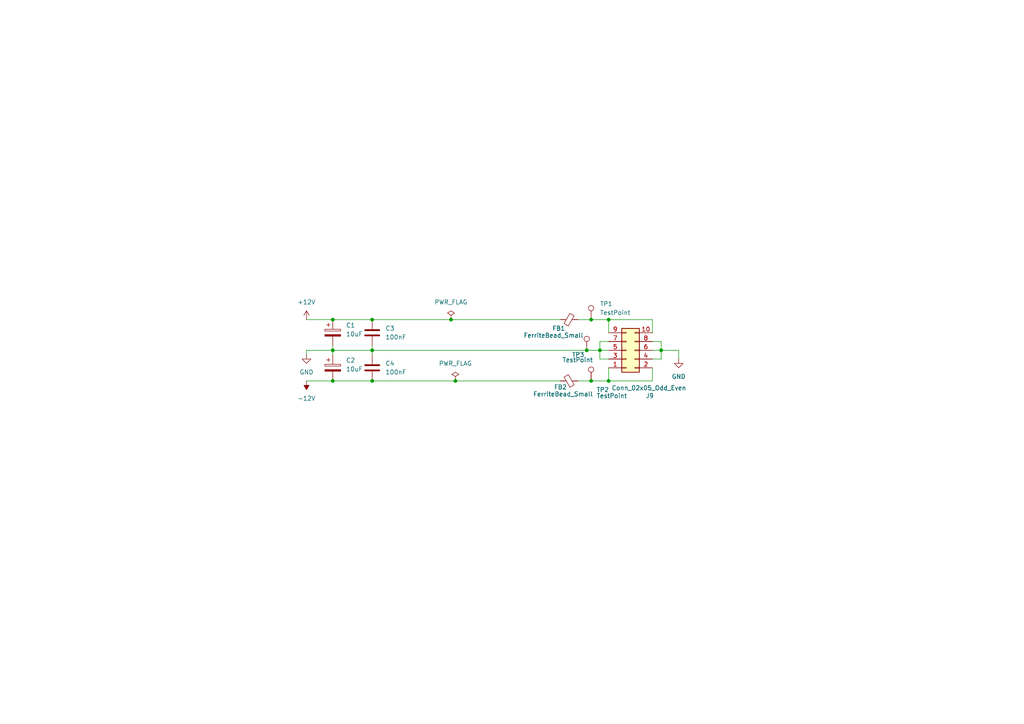
<source format=kicad_sch>
(kicad_sch (version 20250114) (generator "eeschema") (generator_version "9.0")
  (paper "A4")
  (title_block (title "Multiple Buffer Active") (date "2026-02-01") (rev "v1.1") (company "Dirty Dream - Nathanael Noir"))
  (lib_symbols
    (symbol "Connector:TestPoint" (pin_numbers (hide yes)) (pin_names (offset 0.762) (hide yes))
      (property "Reference" "TP" (at 0 6.858 0))
      (property "Value" "TestPoint" (at 0 5.08 0))
      (symbol "TestPoint_0_1"
        (circle (center 0 3.302) (radius 0.762))
      )
      (symbol "TestPoint_1_1"
        (pin passive line (at 0 0 90) (length 2.54) (name "1") (number "1"))
      )
    )
    (symbol "Connector_Generic:Conn_02x05_Odd_Even" (pin_names (offset 1.016) (hide yes))
      (property "Reference" "J" (at 1.27 7.62 0))
      (property "Value" "Conn_02x05_Odd_Even" (at 1.27 -7.62 0))
      (symbol "Conn_02x05_Odd_Even_1_1"
        (rectangle (start -1.27 6.35) (end 3.81 -6.35) (stroke (width 0.254)) (fill (type background)))
        (rectangle (start -1.27 5.207) (end 0 4.953) (stroke (width 0.1524)))
        (rectangle (start -1.27 2.667) (end 0 2.413) (stroke (width 0.1524)))
        (rectangle (start -1.27 0.127) (end 0 -0.127) (stroke (width 0.1524)))
        (rectangle (start -1.27 -2.413) (end 0 -2.667) (stroke (width 0.1524)))
        (rectangle (start -1.27 -4.953) (end 0 -5.207) (stroke (width 0.1524)))
        (rectangle (start 3.81 5.207) (end 2.54 4.953) (stroke (width 0.1524)))
        (rectangle (start 3.81 2.667) (end 2.54 2.413) (stroke (width 0.1524)))
        (rectangle (start 3.81 0.127) (end 2.54 -0.127) (stroke (width 0.1524)))
        (rectangle (start 3.81 -2.413) (end 2.54 -2.667) (stroke (width 0.1524)))
        (rectangle (start 3.81 -4.953) (end 2.54 -5.207) (stroke (width 0.1524)))
        (pin passive line (at -5.08 5.08 0) (length 3.81) (name "Pin_1") (number "1"))
        (pin passive line (at -5.08 2.54 0) (length 3.81) (name "Pin_3") (number "3"))
        (pin passive line (at -5.08 0 0) (length 3.81) (name "Pin_5") (number "5"))
        (pin passive line (at -5.08 -2.54 0) (length 3.81) (name "Pin_7") (number "7"))
        (pin passive line (at -5.08 -5.08 0) (length 3.81) (name "Pin_9") (number "9"))
        (pin passive line (at 7.62 5.08 180) (length 3.81) (name "Pin_2") (number "2"))
        (pin passive line (at 7.62 2.54 180) (length 3.81) (name "Pin_4") (number "4"))
        (pin passive line (at 7.62 0 180) (length 3.81) (name "Pin_6") (number "6"))
        (pin passive line (at 7.62 -2.54 180) (length 3.81) (name "Pin_8") (number "8"))
        (pin passive line (at 7.62 -5.08 180) (length 3.81) (name "Pin_10") (number "10"))
      )
    )
    (symbol "Device:C" (pin_numbers (hide yes)) (pin_names (offset 0.254))
      (property "Reference" "C" (at 0.635 2.54 0))
      (property "Value" "C" (at 0.635 -2.54 0))
      (symbol "C_0_1"
        (polyline (pts (xy -2.032 0.762) (xy 2.032 0.762)) (stroke (width 0.508)))
        (polyline (pts (xy -2.032 -0.762) (xy 2.032 -0.762)) (stroke (width 0.508)))
      )
      (symbol "C_1_1"
        (pin passive line (at 0 3.81 270) (length 2.794) (name "~") (number "1"))
        (pin passive line (at 0 -3.81 90) (length 2.794) (name "~") (number "2"))
      )
    )
    (symbol "Device:C_Polarized" (pin_numbers (hide yes)) (pin_names (offset 0.254))
      (property "Reference" "C" (at 0.635 2.54 0))
      (property "Value" "C_Polarized" (at 0.635 -2.54 0))
      (symbol "C_Polarized_0_1"
        (rectangle (start -2.286 0.508) (end 2.286 1.016))
        (polyline (pts (xy -1.778 2.286) (xy -0.762 2.286)))
        (polyline (pts (xy -1.27 2.794) (xy -1.27 1.778)))
        (rectangle (start 2.286 -0.508) (end -2.286 -1.016) (fill (type outline)))
      )
      (symbol "C_Polarized_1_1"
        (pin passive line (at 0 3.81 270) (length 2.794) (name "~") (number "1"))
        (pin passive line (at 0 -3.81 90) (length 2.794) (name "~") (number "2"))
      )
    )
    (symbol "Device:FerriteBead_Small" (pin_numbers (hide yes)) (pin_names (offset 0))
      (property "Reference" "FB" (at 1.905 1.27 0))
      (property "Value" "FerriteBead_Small" (at 1.905 -1.27 0))
      (symbol "FerriteBead_Small_0_1"
        (polyline (pts (xy -1.8288 0.2794) (xy -1.1176 1.4986) (xy 1.8288 -0.2032) (xy 1.1176 -1.4224) (xy -1.8288 0.2794)))
        (polyline (pts (xy 0 0.889) (xy 0 1.2954)))
        (polyline (pts (xy 0 -1.27) (xy 0 -0.7874)))
      )
      (symbol "FerriteBead_Small_1_1"
        (pin passive line (at 0 2.54 270) (length 1.27) (name "~") (number "1"))
        (pin passive line (at 0 -2.54 90) (length 1.27) (name "~") (number "2"))
      )
    )
    (symbol "power:+12V" (power) (pin_numbers (hide yes)) (pin_names (offset 0) (hide yes))
      (property "Value" "+12V" (at 0 3.556 0))
      (symbol "+12V_0_1"
        (polyline (pts (xy -0.762 1.27) (xy 0 2.54)))
        (polyline (pts (xy 0 2.54) (xy 0.762 1.27)))
        (polyline (pts (xy 0 0) (xy 0 2.54)))
      )
      (symbol "+12V_1_1"
        (pin power_in line (at 0 0 90) (length 0) (name "~") (number "1"))
      )
    )
    (symbol "power:-12V" (power) (pin_numbers (hide yes)) (pin_names (offset 0) (hide yes))
      (property "Value" "-12V" (at 0 3.556 0))
      (symbol "-12V_0_0"
        (pin power_in line (at 0 0 90) (length 0) (name "~") (number "1"))
      )
      (symbol "-12V_0_1"
        (polyline (pts (xy 0 0) (xy 0 1.27) (xy 0.762 1.27) (xy 0 2.54) (xy -0.762 1.27) (xy 0 1.27)) (fill (type outline)))
      )
    )
    (symbol "power:GND" (power) (pin_numbers (hide yes)) (pin_names (offset 0) (hide yes))
      (property "Value" "GND" (at 0 -3.81 0))
      (symbol "GND_0_1"
        (polyline (pts (xy 0 0) (xy 0 -1.27) (xy 1.27 -1.27) (xy 0 -2.54) (xy -1.27 -1.27) (xy 0 -1.27)))
      )
      (symbol "GND_1_1"
        (pin power_in line (at 0 0 270) (length 0) (name "~") (number "1"))
      )
    )
    (symbol "power:PWR_FLAG" (power) (pin_numbers (hide yes)) (pin_names (offset 0) (hide yes))
      (property "Value" "PWR_FLAG" (at 0 3.81 0))
      (symbol "PWR_FLAG_0_0"
        (pin power_out line (at 0 0 90) (length 0) (name "~") (number "1"))
      )
      (symbol "PWR_FLAG_0_1"
        (polyline (pts (xy 0 0) (xy 0 1.27) (xy -1.016 1.905) (xy 0 2.54) (xy 1.016 1.905) (xy 0 1.27)))
      )
    )
  )
  (junction (at 191.77 101.6))
  (junction (at 130.81 92.71))
  (junction (at 107.95 92.71))
  (junction (at 171.45 92.71))
  (junction (at 96.52 101.6))
  (junction (at 107.95 101.6))
  (junction (at 176.53 110.49))
  (junction (at 173.99 101.6))
  (junction (at 96.52 110.49))
  (junction (at 170.18 101.6))
  (junction (at 176.53 92.71))
  (junction (at 96.52 92.71))
  (junction (at 132.08 110.49))
  (junction (at 107.95 110.49))
  (junction (at 171.45 110.49))
  (wire (pts (xy 171.45 110.49) (xy 176.53 110.49)))
  (wire (pts (xy 107.95 92.71) (xy 130.81 92.71)))
  (wire (pts (xy 173.99 99.06) (xy 173.99 101.6)))
  (wire (pts (xy 107.95 101.6) (xy 170.18 101.6)))
  (wire (pts (xy 173.99 101.6) (xy 176.53 101.6)))
  (wire (pts (xy 88.9 110.49) (xy 96.52 110.49)))
  (wire (pts (xy 132.08 110.49) (xy 162.56 110.49)))
  (wire (pts (xy 196.85 101.6) (xy 196.85 104.14)))
  (wire (pts (xy 167.64 110.49) (xy 171.45 110.49)))
  (wire (pts (xy 96.52 92.71) (xy 107.95 92.71)))
  (wire (pts (xy 96.52 101.6) (xy 88.9 101.6)))
  (wire (pts (xy 191.77 99.06) (xy 191.77 101.6)))
  (wire (pts (xy 107.95 110.49) (xy 132.08 110.49)))
  (wire (pts (xy 189.23 101.6) (xy 191.77 101.6)))
  (wire (pts (xy 107.95 102.87) (xy 107.95 101.6)))
  (wire (pts (xy 176.53 99.06) (xy 173.99 99.06)))
  (wire (pts (xy 173.99 104.14) (xy 176.53 104.14)))
  (wire (pts (xy 191.77 101.6) (xy 196.85 101.6)))
  (wire (pts (xy 96.52 100.33) (xy 96.52 101.6)))
  (wire (pts (xy 176.53 110.49) (xy 189.23 110.49)))
  (wire (pts (xy 96.52 110.49) (xy 107.95 110.49)))
  (wire (pts (xy 88.9 101.6) (xy 88.9 102.87)))
  (wire (pts (xy 88.9 92.71) (xy 96.52 92.71)))
  (wire (pts (xy 189.23 99.06) (xy 191.77 99.06)))
  (wire (pts (xy 176.53 106.68) (xy 176.53 110.49)))
  (wire (pts (xy 170.18 101.6) (xy 173.99 101.6)))
  (wire (pts (xy 176.53 92.71) (xy 189.23 92.71)))
  (wire (pts (xy 189.23 92.71) (xy 189.23 96.52)))
  (wire (pts (xy 191.77 101.6) (xy 191.77 104.14)))
  (wire (pts (xy 130.81 92.71) (xy 162.56 92.71)))
  (wire (pts (xy 176.53 92.71) (xy 176.53 96.52)))
  (wire (pts (xy 167.64 92.71) (xy 171.45 92.71)))
  (wire (pts (xy 96.52 101.6) (xy 107.95 101.6)))
  (wire (pts (xy 189.23 110.49) (xy 189.23 106.68)))
  (wire (pts (xy 173.99 101.6) (xy 173.99 104.14)))
  (wire (pts (xy 191.77 104.14) (xy 189.23 104.14)))
  (wire (pts (xy 107.95 100.33) (xy 107.95 101.6)))
  (wire (pts (xy 96.52 102.87) (xy 96.52 101.6)))
  (wire (pts (xy 171.45 92.71) (xy 176.53 92.71)))
  (symbol (lib_id "power:GND") (at 88.9 102.87 0) (unit 1)
    (property "Reference" "#PWR012" (effects (hide yes)))
    (property "Value" "GND" (at 88.9 107.95 0))
    (property "Description" "Power symbol creates a global label with name \"GND\" , ground" (effects (hide yes)))
  )
  (symbol (lib_id "power:+12V") (at 88.9 92.71 0) (unit 1)
    (property "Reference" "#PWR011" (effects (hide yes)))
    (property "Value" "+12V" (at 88.9 87.63 0))
    (property "Description" "Power symbol creates a global label with name \"+12V\"" (effects (hide yes)))
  )
  (symbol (lib_id "Device:C") (at 107.95 96.52 0) (unit 1)
    (property "Reference" "C3" (at 111.76 95.2499 0) (effects (justify left)))
    (property "Value" "100nF" (at 111.76 97.7899 0) (effects (justify left)))
    (property "Footprint" "Capacitor_SMD:C_0805_2012Metric_Pad1.18x1.45mm_HandSolder" (effects (hide yes)))
    (property "Datasheet" "https://www.taydaelectronics.com/100nf-50v-smd-ceramic-chip-capacitor.html" (effects (hide yes)))
    (property "Description" "Unpolarized capacitor" (effects (hide yes)))
  )
  (symbol (lib_id "Device:FerriteBead_Small") (at 165.1 92.71 90) (unit 1)
    (property "Reference" "FB1" (at 162.052 95.25 90))
    (property "Value" "FerriteBead_Small" (at 160.528 97.282 90))
    (property "Footprint" "Inductor_SMD:L_0805_2012Metric_Pad1.05x1.20mm_HandSolder" (effects (hide yes)))
    (property "Datasheet" "https://www.taydaelectronics.com/datasheets/files/A-3191.PDF" (effects (hide yes)))
    (property "Description" "Ferrite bead, small symbol" (effects (hide yes)))
  )
  (symbol (lib_id "power:-12V") (at 88.9 110.49 180) (unit 1)
    (property "Reference" "#PWR013" (effects (hide yes)))
    (property "Value" "-12V" (at 88.9 115.57 0))
    (property "Description" "Power symbol creates a global label with name \"-12V\"" (effects (hide yes)))
  )
  (symbol (lib_id "power:GND") (at 196.85 104.14 0) (unit 1)
    (property "Reference" "#PWR014" (effects (hide yes)))
    (property "Value" "GND" (at 196.85 109.22 0))
    (property "Description" "Power symbol creates a global label with name \"GND\" , ground" (effects (hide yes)))
  )
  (symbol (lib_id "Connector:TestPoint") (at 170.18 101.6 0) (unit 1)
    (property "Reference" "TP3" (at 165.862 102.87 0) (effects (justify left)))
    (property "Value" "TestPoint" (at 163.068 104.394 0) (effects (justify left)))
    (property "Footprint" "TestPoint:TestPoint_Pad_D1.5mm" (effects (hide yes)))
    (property "Description" "test point" (effects (hide yes)))
  )
  (symbol (lib_id "Device:C_Polarized") (at 96.52 106.68 0) (unit 1)
    (property "Reference" "C2" (at 100.33 104.5209 0) (effects (justify left)))
    (property "Value" "10uF" (at 100.33 107.0609 0) (effects (justify left)))
    (property "Footprint" "Capacitor_SMD:CP_Elec_5x5.4" (effects (hide yes)))
    (property "Datasheet" "https://www.taydaelectronics.com/datasheets/files/a-1677.pdf" (effects (hide yes)))
    (property "Description" "Polarized capacitor" (effects (hide yes)))
  )
  (symbol (lib_id "Connector:TestPoint") (at 171.45 92.71 0) (unit 1)
    (property "Reference" "TP1" (at 173.99 88.1379 0) (effects (justify left)))
    (property "Value" "TestPoint" (at 173.99 90.6779 0) (effects (justify left)))
    (property "Footprint" "TestPoint:TestPoint_Pad_D1.5mm" (effects (hide yes)))
    (property "Description" "test point" (effects (hide yes)))
  )
  (symbol (lib_id "power:PWR_FLAG") (at 132.08 110.49 0) (unit 1)
    (property "Reference" "#FLG02" (effects (hide yes)))
    (property "Value" "PWR_FLAG" (at 132.08 105.41 0))
    (property "Description" "Special symbol for telling ERC where power comes from" (effects (hide yes)))
  )
  (symbol (lib_id "Device:FerriteBead_Small") (at 165.1 110.49 90) (mirror x) (unit 1)
    (property "Reference" "FB2" (at 162.56 112.268 90))
    (property "Value" "FerriteBead_Small" (at 163.322 114.3 90))
    (property "Footprint" "Inductor_SMD:L_0805_2012Metric_Pad1.05x1.20mm_HandSolder" (effects (hide yes)))
    (property "Datasheet" "https://www.taydaelectronics.com/datasheets/files/A-3191.PDF" (effects (hide yes)))
    (property "Description" "Ferrite bead, small symbol" (effects (hide yes)))
  )
  (symbol (lib_id "Device:C") (at 107.95 106.68 0) (unit 1)
    (property "Reference" "C4" (at 111.76 105.4099 0) (effects (justify left)))
    (property "Value" "100nF" (at 111.76 107.9499 0) (effects (justify left)))
    (property "Footprint" "Capacitor_SMD:C_0805_2012Metric_Pad1.18x1.45mm_HandSolder" (effects (hide yes)))
    (property "Datasheet" "https://www.taydaelectronics.com/100nf-50v-smd-ceramic-chip-capacitor.html" (effects (hide yes)))
    (property "Description" "Unpolarized capacitor" (effects (hide yes)))
  )
  (symbol (lib_id "Connector:TestPoint") (at 171.45 110.49 0) (unit 1)
    (property "Reference" "TP2" (at 172.974 113.03 0) (effects (justify left)))
    (property "Value" "TestPoint" (at 172.974 114.808 0) (effects (justify left)))
    (property "Footprint" "TestPoint:TestPoint_Pad_D1.5mm" (effects (hide yes)))
    (property "Description" "test point" (effects (hide yes)))
  )
  (symbol (lib_id "power:PWR_FLAG") (at 130.81 92.71 0) (unit 1)
    (property "Reference" "#FLG01" (effects (hide yes)))
    (property "Value" "PWR_FLAG" (at 130.81 87.63 0))
    (property "Description" "Special symbol for telling ERC where power comes from" (effects (hide yes)))
  )
  (symbol (lib_id "Connector_Generic:Conn_02x05_Odd_Even") (at 181.61 101.6 0) (mirror x) (unit 1)
    (property "Reference" "J9" (at 188.468 114.808 0))
    (property "Value" "Conn_02x05_Odd_Even" (at 188.214 112.522 0))
    (property "Footprint" "Connector_IDC:IDC-Header_2x05_P2.54mm_Vertical" (effects (hide yes)))
    (property "Datasheet" "https://www.taydaelectronics.com/datasheets/files/A-2939.pdf" (effects (hide yes)))
    (property "Description" "Generic connector, double row, 02x05, odd/even pin numbering scheme (row 1 odd numbers, row 2 even numbers), script generated (kicad-library-utils/schlib/autogen/connector/)" (effects (hide yes)))
  )
  (symbol (lib_id "Device:C_Polarized") (at 96.52 96.52 0) (unit 1)
    (property "Reference" "C1" (at 100.33 94.3609 0) (effects (justify left)))
    (property "Value" "10uF" (at 100.33 96.9009 0) (effects (justify left)))
    (property "Footprint" "Capacitor_SMD:CP_Elec_5x5.4" (effects (hide yes)))
    (property "Datasheet" "https://www.taydaelectronics.com/datasheets/files/a-1677.pdf" (effects (hide yes)))
    (property "Description" "Polarized capacitor" (effects (hide yes)))
  )
)
</source>
